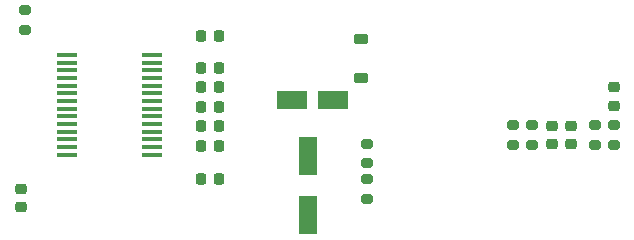
<source format=gbp>
%TF.GenerationSoftware,KiCad,Pcbnew,8.0.0*%
%TF.CreationDate,2024-03-13T21:01:22-04:00*%
%TF.ProjectId,pico-ethernet,7069636f-2d65-4746-9865-726e65742e6b,rev?*%
%TF.SameCoordinates,Original*%
%TF.FileFunction,Paste,Bot*%
%TF.FilePolarity,Positive*%
%FSLAX46Y46*%
G04 Gerber Fmt 4.6, Leading zero omitted, Abs format (unit mm)*
G04 Created by KiCad (PCBNEW 8.0.0) date 2024-03-13 21:01:22*
%MOMM*%
%LPD*%
G01*
G04 APERTURE LIST*
G04 Aperture macros list*
%AMRoundRect*
0 Rectangle with rounded corners*
0 $1 Rounding radius*
0 $2 $3 $4 $5 $6 $7 $8 $9 X,Y pos of 4 corners*
0 Add a 4 corners polygon primitive as box body*
4,1,4,$2,$3,$4,$5,$6,$7,$8,$9,$2,$3,0*
0 Add four circle primitives for the rounded corners*
1,1,$1+$1,$2,$3*
1,1,$1+$1,$4,$5*
1,1,$1+$1,$6,$7*
1,1,$1+$1,$8,$9*
0 Add four rect primitives between the rounded corners*
20,1,$1+$1,$2,$3,$4,$5,0*
20,1,$1+$1,$4,$5,$6,$7,0*
20,1,$1+$1,$6,$7,$8,$9,0*
20,1,$1+$1,$8,$9,$2,$3,0*%
G04 Aperture macros list end*
%ADD10RoundRect,0.225000X-0.225000X-0.250000X0.225000X-0.250000X0.225000X0.250000X-0.225000X0.250000X0*%
%ADD11RoundRect,0.225000X0.225000X0.250000X-0.225000X0.250000X-0.225000X-0.250000X0.225000X-0.250000X0*%
%ADD12RoundRect,0.200000X0.275000X-0.200000X0.275000X0.200000X-0.275000X0.200000X-0.275000X-0.200000X0*%
%ADD13RoundRect,0.225000X0.250000X-0.225000X0.250000X0.225000X-0.250000X0.225000X-0.250000X-0.225000X0*%
%ADD14RoundRect,0.200000X-0.275000X0.200000X-0.275000X-0.200000X0.275000X-0.200000X0.275000X0.200000X0*%
%ADD15RoundRect,0.225000X-0.250000X0.225000X-0.250000X-0.225000X0.250000X-0.225000X0.250000X0.225000X0*%
%ADD16RoundRect,0.225000X-0.375000X0.225000X-0.375000X-0.225000X0.375000X-0.225000X0.375000X0.225000X0*%
%ADD17R,2.500000X1.600000*%
%ADD18R,1.750000X0.450000*%
%ADD19R,1.600000X3.200000*%
G04 APERTURE END LIST*
D10*
%TO.C,C10*%
X156975000Y-123356000D03*
X158525000Y-123356000D03*
%TD*%
D11*
%TO.C,C5*%
X158525000Y-120056000D03*
X156975000Y-120056000D03*
%TD*%
D12*
%TO.C,R2*%
X190310000Y-123253000D03*
X190310000Y-121603000D03*
%TD*%
D13*
%TO.C,C7*%
X191910000Y-119956000D03*
X191910000Y-118406000D03*
%TD*%
D14*
%TO.C,R5*%
X183388000Y-121603000D03*
X183388000Y-123253000D03*
%TD*%
D15*
%TO.C,C9*%
X141710000Y-126981000D03*
X141710000Y-128531000D03*
%TD*%
D16*
%TO.C,D1*%
X170500000Y-114350000D03*
X170500000Y-117650000D03*
%TD*%
D11*
%TO.C,C12*%
X158525000Y-114050000D03*
X156975000Y-114050000D03*
%TD*%
D10*
%TO.C,C4*%
X156960000Y-116756000D03*
X158510000Y-116756000D03*
%TD*%
D17*
%TO.C,C1*%
X164637500Y-119500000D03*
X168137500Y-119500000D03*
%TD*%
D10*
%TO.C,C3*%
X156960000Y-126156000D03*
X158510000Y-126156000D03*
%TD*%
D12*
%TO.C,R6*%
X171000000Y-124825000D03*
X171000000Y-123175000D03*
%TD*%
%TO.C,R3*%
X191910000Y-123253000D03*
X191910000Y-121603000D03*
%TD*%
D15*
%TO.C,FB1*%
X186669332Y-121653000D03*
X186669332Y-123203000D03*
%TD*%
D14*
%TO.C,R4*%
X185028666Y-121603000D03*
X185028666Y-123253000D03*
%TD*%
D10*
%TO.C,C11*%
X156975000Y-118406000D03*
X158525000Y-118406000D03*
%TD*%
D13*
%TO.C,C8*%
X188310000Y-123203000D03*
X188310000Y-121653000D03*
%TD*%
D18*
%TO.C,U1*%
X145600000Y-124125000D03*
X145600000Y-123475000D03*
X145600000Y-122825000D03*
X145600000Y-122175000D03*
X145600000Y-121525000D03*
X145600000Y-120875000D03*
X145600000Y-120225000D03*
X145600000Y-119575000D03*
X145600000Y-118925000D03*
X145600000Y-118275000D03*
X145600000Y-117625000D03*
X145600000Y-116975000D03*
X145600000Y-116325000D03*
X145600000Y-115675000D03*
X152800000Y-115675000D03*
X152800000Y-116325000D03*
X152800000Y-116975000D03*
X152800000Y-117625000D03*
X152800000Y-118275000D03*
X152800000Y-118925000D03*
X152800000Y-119575000D03*
X152800000Y-120225000D03*
X152800000Y-120875000D03*
X152800000Y-121525000D03*
X152800000Y-122175000D03*
X152800000Y-122825000D03*
X152800000Y-123475000D03*
X152800000Y-124125000D03*
%TD*%
D14*
%TO.C,R7*%
X171000000Y-126175000D03*
X171000000Y-127825000D03*
%TD*%
D19*
%TO.C,C2*%
X166000000Y-129250000D03*
X166000000Y-124250000D03*
%TD*%
D11*
%TO.C,C6*%
X158525000Y-121706000D03*
X156975000Y-121706000D03*
%TD*%
D12*
%TO.C,R1*%
X142100000Y-113525000D03*
X142100000Y-111875000D03*
%TD*%
M02*

</source>
